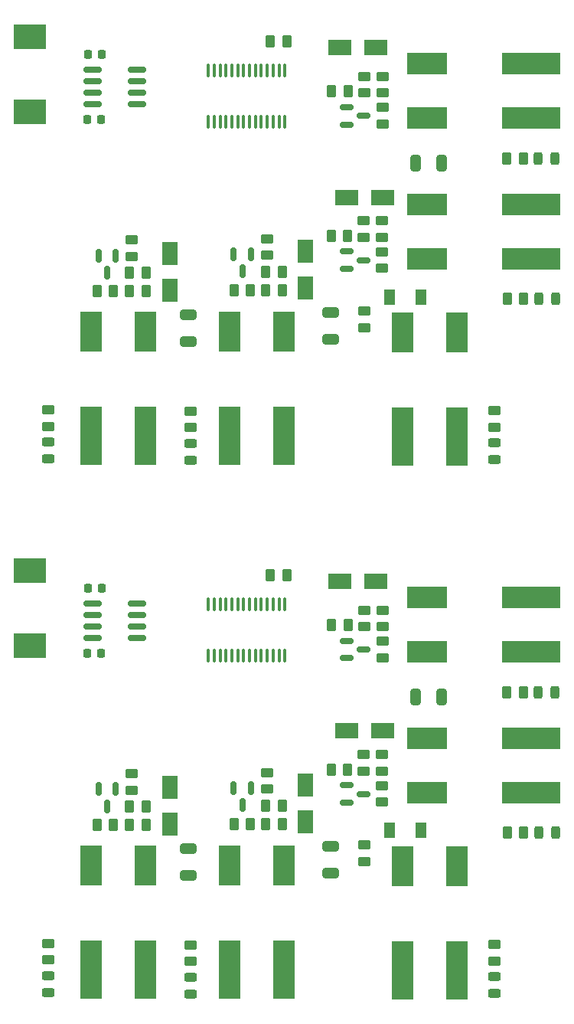
<source format=gtp>
G04 #@! TF.GenerationSoftware,KiCad,Pcbnew,6.0.7+dfsg-1+b1*
G04 #@! TF.CreationDate,2022-09-08T22:48:16+01:00*
G04 #@! TF.ProjectId,panel,70616e65-6c2e-46b6-9963-61645f706362,rev?*
G04 #@! TF.SameCoordinates,Original*
G04 #@! TF.FileFunction,Paste,Top*
G04 #@! TF.FilePolarity,Positive*
%FSLAX46Y46*%
G04 Gerber Fmt 4.6, Leading zero omitted, Abs format (unit mm)*
G04 Created by KiCad (PCBNEW 6.0.7+dfsg-1+b1) date 2022-09-08 22:48:16*
%MOMM*%
%LPD*%
G01*
G04 APERTURE LIST*
G04 Aperture macros list*
%AMRoundRect*
0 Rectangle with rounded corners*
0 $1 Rounding radius*
0 $2 $3 $4 $5 $6 $7 $8 $9 X,Y pos of 4 corners*
0 Add a 4 corners polygon primitive as box body*
4,1,4,$2,$3,$4,$5,$6,$7,$8,$9,$2,$3,0*
0 Add four circle primitives for the rounded corners*
1,1,$1+$1,$2,$3*
1,1,$1+$1,$4,$5*
1,1,$1+$1,$6,$7*
1,1,$1+$1,$8,$9*
0 Add four rect primitives between the rounded corners*
20,1,$1+$1,$2,$3,$4,$5,0*
20,1,$1+$1,$4,$5,$6,$7,0*
20,1,$1+$1,$6,$7,$8,$9,0*
20,1,$1+$1,$8,$9,$2,$3,0*%
G04 Aperture macros list end*
%ADD10RoundRect,0.250000X-0.262500X-0.450000X0.262500X-0.450000X0.262500X0.450000X-0.262500X0.450000X0*%
%ADD11R,2.500000X1.800000*%
%ADD12RoundRect,0.250000X0.262500X0.450000X-0.262500X0.450000X-0.262500X-0.450000X0.262500X-0.450000X0*%
%ADD13RoundRect,0.243750X0.243750X0.456250X-0.243750X0.456250X-0.243750X-0.456250X0.243750X-0.456250X0*%
%ADD14RoundRect,0.250000X0.450000X-0.262500X0.450000X0.262500X-0.450000X0.262500X-0.450000X-0.262500X0*%
%ADD15R,1.800000X2.500000*%
%ADD16RoundRect,0.243750X0.456250X-0.243750X0.456250X0.243750X-0.456250X0.243750X-0.456250X-0.243750X0*%
%ADD17R,2.387600X6.502400*%
%ADD18R,2.387600X4.495800*%
%ADD19R,3.600000X2.700000*%
%ADD20R,6.502400X2.387600*%
%ADD21R,4.495800X2.387600*%
%ADD22RoundRect,0.225000X-0.225000X-0.250000X0.225000X-0.250000X0.225000X0.250000X-0.225000X0.250000X0*%
%ADD23RoundRect,0.250000X-0.325000X-0.650000X0.325000X-0.650000X0.325000X0.650000X-0.325000X0.650000X0*%
%ADD24RoundRect,0.150000X-0.587500X-0.150000X0.587500X-0.150000X0.587500X0.150000X-0.587500X0.150000X0*%
%ADD25RoundRect,0.250000X-0.650000X0.325000X-0.650000X-0.325000X0.650000X-0.325000X0.650000X0.325000X0*%
%ADD26RoundRect,0.150000X-0.150000X0.587500X-0.150000X-0.587500X0.150000X-0.587500X0.150000X0.587500X0*%
%ADD27RoundRect,0.250000X-0.450000X0.262500X-0.450000X-0.262500X0.450000X-0.262500X0.450000X0.262500X0*%
%ADD28RoundRect,0.100000X0.100000X-0.637500X0.100000X0.637500X-0.100000X0.637500X-0.100000X-0.637500X0*%
%ADD29RoundRect,0.150000X-0.825000X-0.150000X0.825000X-0.150000X0.825000X0.150000X-0.825000X0.150000X0*%
%ADD30R,1.300000X1.700000*%
G04 APERTURE END LIST*
D10*
X40037500Y-59350000D03*
X41862500Y-59350000D03*
D11*
X64000000Y-108000000D03*
X68000000Y-108000000D03*
D12*
X56912500Y-57250000D03*
X55087500Y-57250000D03*
X41862500Y-57350000D03*
X40037500Y-57350000D03*
D13*
X87137500Y-60250000D03*
X85262500Y-60250000D03*
D11*
X63250000Y-91450000D03*
X67250000Y-91450000D03*
D14*
X67900000Y-53437500D03*
X67900000Y-51612500D03*
X66000000Y-122412500D03*
X66000000Y-120587500D03*
X67900000Y-115862500D03*
X67900000Y-114037500D03*
D15*
X44500000Y-55250000D03*
X44500000Y-59250000D03*
D14*
X55250000Y-114412500D03*
X55250000Y-112587500D03*
D16*
X31000000Y-136937500D03*
X31000000Y-135062500D03*
D14*
X67900000Y-56862500D03*
X67900000Y-55037500D03*
D17*
X70199998Y-75443448D03*
X76200002Y-75443448D03*
D18*
X70199998Y-63943450D03*
X76200002Y-63943450D03*
D13*
X87137500Y-119250000D03*
X85262500Y-119250000D03*
D19*
X29000000Y-98550000D03*
X29000000Y-90250000D03*
D12*
X83612500Y-60250000D03*
X81787500Y-60250000D03*
D20*
X84443448Y-114800002D03*
X84443448Y-108799998D03*
D21*
X72943450Y-114800002D03*
X72943450Y-108799998D03*
D22*
X35325000Y-40400000D03*
X36875000Y-40400000D03*
D23*
X71625000Y-45250000D03*
X74575000Y-45250000D03*
D24*
X64062500Y-39050000D03*
X64062500Y-40950000D03*
X65937500Y-40000000D03*
D10*
X36424472Y-118345799D03*
X38249472Y-118345799D03*
D14*
X31000000Y-133312500D03*
X31000000Y-131487500D03*
D10*
X55087500Y-59250000D03*
X56912500Y-59250000D03*
D13*
X87087500Y-103750000D03*
X85212500Y-103750000D03*
D25*
X46500000Y-62025000D03*
X46500000Y-64975000D03*
D14*
X68000000Y-37462500D03*
X68000000Y-35637500D03*
D10*
X36424472Y-59345799D03*
X38249472Y-59345799D03*
D24*
X64012500Y-114000000D03*
X64012500Y-115900000D03*
X65887500Y-114950000D03*
D14*
X40225000Y-55537500D03*
X40225000Y-53712500D03*
D12*
X64137500Y-112250000D03*
X62312500Y-112250000D03*
D13*
X87087500Y-44750000D03*
X85212500Y-44750000D03*
D20*
X84443448Y-99250002D03*
X84443448Y-93249998D03*
D21*
X72943450Y-99250002D03*
X72943450Y-93249998D03*
D10*
X55087500Y-118250000D03*
X56912500Y-118250000D03*
D17*
X35799998Y-134393448D03*
X41800002Y-134393448D03*
D18*
X35799998Y-122893450D03*
X41800002Y-122893450D03*
D12*
X83612500Y-119250000D03*
X81787500Y-119250000D03*
D26*
X53450000Y-114312500D03*
X51550000Y-114312500D03*
X52500000Y-116187500D03*
D27*
X66025000Y-35637500D03*
X66025000Y-37462500D03*
D28*
X48750000Y-99687500D03*
X49400000Y-99687500D03*
X50050000Y-99687500D03*
X50700000Y-99687500D03*
X51350000Y-99687500D03*
X52000000Y-99687500D03*
X52650000Y-99687500D03*
X53300000Y-99687500D03*
X53950000Y-99687500D03*
X54600000Y-99687500D03*
X55250000Y-99687500D03*
X55900000Y-99687500D03*
X56550000Y-99687500D03*
X57200000Y-99687500D03*
X57200000Y-93962500D03*
X56550000Y-93962500D03*
X55900000Y-93962500D03*
X55250000Y-93962500D03*
X54600000Y-93962500D03*
X53950000Y-93962500D03*
X53300000Y-93962500D03*
X52650000Y-93962500D03*
X52000000Y-93962500D03*
X51350000Y-93962500D03*
X50700000Y-93962500D03*
X50050000Y-93962500D03*
X49400000Y-93962500D03*
X48750000Y-93962500D03*
D10*
X51587500Y-59250000D03*
X53412500Y-59250000D03*
D14*
X68000000Y-96462500D03*
X68000000Y-94637500D03*
D12*
X57412500Y-90750000D03*
X55587500Y-90750000D03*
D27*
X65925000Y-110612500D03*
X65925000Y-112437500D03*
D24*
X64012500Y-55000000D03*
X64012500Y-56900000D03*
X65887500Y-55950000D03*
D17*
X70199998Y-134443448D03*
X76200002Y-134443448D03*
D18*
X70199998Y-122943450D03*
X76200002Y-122943450D03*
D27*
X66025000Y-94637500D03*
X66025000Y-96462500D03*
D15*
X59500000Y-114000000D03*
X59500000Y-118000000D03*
D10*
X51587500Y-118250000D03*
X53412500Y-118250000D03*
D12*
X64212500Y-96250000D03*
X62387500Y-96250000D03*
D24*
X64062500Y-98050000D03*
X64062500Y-99950000D03*
X65937500Y-99000000D03*
D14*
X40225000Y-114537500D03*
X40225000Y-112712500D03*
D11*
X64000000Y-49000000D03*
X68000000Y-49000000D03*
D29*
X35925000Y-34895000D03*
X35925000Y-36165000D03*
X35925000Y-37435000D03*
X35925000Y-38705000D03*
X40875000Y-38705000D03*
X40875000Y-37435000D03*
X40875000Y-36165000D03*
X40875000Y-34895000D03*
D14*
X31000000Y-74312500D03*
X31000000Y-72487500D03*
X46750000Y-74462500D03*
X46750000Y-72637500D03*
D17*
X51124998Y-134393448D03*
X57125002Y-134393448D03*
D18*
X51124998Y-122893450D03*
X57125002Y-122893450D03*
D14*
X68000000Y-40887500D03*
X68000000Y-39062500D03*
D27*
X65925000Y-51612500D03*
X65925000Y-53437500D03*
D17*
X35799998Y-75393448D03*
X41800002Y-75393448D03*
D18*
X35799998Y-63893450D03*
X41800002Y-63893450D03*
D22*
X35425000Y-92200000D03*
X36975000Y-92200000D03*
D14*
X66000000Y-63412500D03*
X66000000Y-61587500D03*
D25*
X62250000Y-61775000D03*
X62250000Y-64725000D03*
D12*
X57412500Y-31750000D03*
X55587500Y-31750000D03*
D22*
X35325000Y-99400000D03*
X36875000Y-99400000D03*
D28*
X48750000Y-40687500D03*
X49400000Y-40687500D03*
X50050000Y-40687500D03*
X50700000Y-40687500D03*
X51350000Y-40687500D03*
X52000000Y-40687500D03*
X52650000Y-40687500D03*
X53300000Y-40687500D03*
X53950000Y-40687500D03*
X54600000Y-40687500D03*
X55250000Y-40687500D03*
X55900000Y-40687500D03*
X56550000Y-40687500D03*
X57200000Y-40687500D03*
X57200000Y-34962500D03*
X56550000Y-34962500D03*
X55900000Y-34962500D03*
X55250000Y-34962500D03*
X54600000Y-34962500D03*
X53950000Y-34962500D03*
X53300000Y-34962500D03*
X52650000Y-34962500D03*
X52000000Y-34962500D03*
X51350000Y-34962500D03*
X50700000Y-34962500D03*
X50050000Y-34962500D03*
X49400000Y-34962500D03*
X48750000Y-34962500D03*
D20*
X84443448Y-55800002D03*
X84443448Y-49799998D03*
D21*
X72943450Y-55800002D03*
X72943450Y-49799998D03*
D22*
X35425000Y-33200000D03*
X36975000Y-33200000D03*
D30*
X72250000Y-60000000D03*
X68750000Y-60000000D03*
D12*
X41862500Y-116350000D03*
X40037500Y-116350000D03*
D11*
X63250000Y-32450000D03*
X67250000Y-32450000D03*
D16*
X80400000Y-77991815D03*
X80400000Y-76116815D03*
X80400000Y-136991815D03*
X80400000Y-135116815D03*
D14*
X68000000Y-99887500D03*
X68000000Y-98062500D03*
D12*
X83562500Y-103750000D03*
X81737500Y-103750000D03*
D16*
X31000000Y-77937500D03*
X31000000Y-76062500D03*
D23*
X71625000Y-104250000D03*
X74575000Y-104250000D03*
D20*
X84443448Y-40250002D03*
X84443448Y-34249998D03*
D21*
X72943450Y-40250002D03*
X72943450Y-34249998D03*
D25*
X62250000Y-120775000D03*
X62250000Y-123725000D03*
D14*
X80400000Y-74412500D03*
X80400000Y-72587500D03*
D16*
X46750000Y-137087500D03*
X46750000Y-135212500D03*
D26*
X38475000Y-114437500D03*
X36575000Y-114437500D03*
X37525000Y-116312500D03*
D19*
X29000000Y-39550000D03*
X29000000Y-31250000D03*
D15*
X59500000Y-55000000D03*
X59500000Y-59000000D03*
D14*
X67900000Y-112437500D03*
X67900000Y-110612500D03*
D12*
X64137500Y-53250000D03*
X62312500Y-53250000D03*
X64212500Y-37250000D03*
X62387500Y-37250000D03*
D29*
X35925000Y-93895000D03*
X35925000Y-95165000D03*
X35925000Y-96435000D03*
X35925000Y-97705000D03*
X40875000Y-97705000D03*
X40875000Y-96435000D03*
X40875000Y-95165000D03*
X40875000Y-93895000D03*
D14*
X80400000Y-133412500D03*
X80400000Y-131587500D03*
D12*
X56912500Y-116250000D03*
X55087500Y-116250000D03*
D14*
X46750000Y-133462500D03*
X46750000Y-131637500D03*
D16*
X46750000Y-78087500D03*
X46750000Y-76212500D03*
D17*
X51124998Y-75393448D03*
X57125002Y-75393448D03*
D18*
X51124998Y-63893450D03*
X57125002Y-63893450D03*
D10*
X40037500Y-118350000D03*
X41862500Y-118350000D03*
D14*
X55250000Y-55412500D03*
X55250000Y-53587500D03*
D12*
X83562500Y-44750000D03*
X81737500Y-44750000D03*
D30*
X72250000Y-119000000D03*
X68750000Y-119000000D03*
D25*
X46500000Y-121025000D03*
X46500000Y-123975000D03*
D15*
X44500000Y-114250000D03*
X44500000Y-118250000D03*
D26*
X53450000Y-55312500D03*
X51550000Y-55312500D03*
X52500000Y-57187500D03*
X38475000Y-55437500D03*
X36575000Y-55437500D03*
X37525000Y-57312500D03*
M02*

</source>
